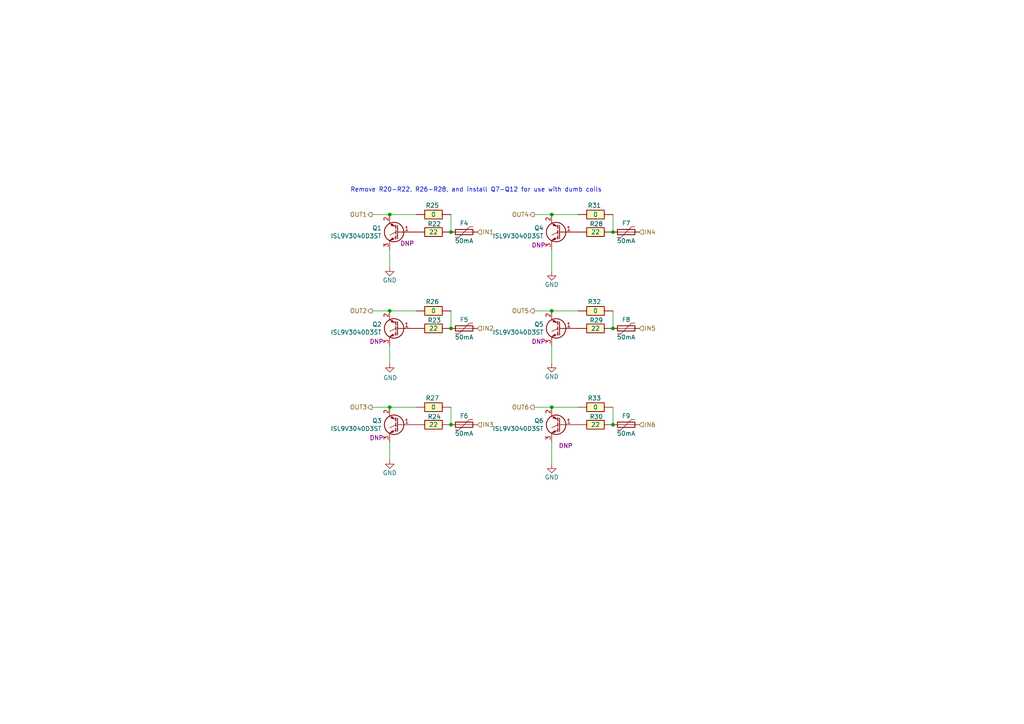
<source format=kicad_sch>
(kicad_sch (version 20231120) (generator "eeschema") (generator_version "8.0")
  (paper "A4")
  (lib_symbols
    (symbol "Device:Polyfuse" (pin_numbers hide) (pin_names (offset 0))
      (property "Reference" "F" (at -2.54 0 90))
      (property "Value" "Polyfuse" (at 2.54 0 90))
      (symbol "Polyfuse_0_1"
        (rectangle (start -0.762 2.54) (end 0.762 -2.54) (stroke (width 0.254)))
        (polyline (pts (xy 0 2.54) (xy 0 -2.54)))
        (polyline (pts (xy -1.524 2.54) (xy -1.524 1.524) (xy 1.524 -1.524) (xy 1.524 -2.54)))
      )
      (symbol "Polyfuse_1_1"
        (pin passive line (at 0 3.81 270) (length 1.27) (name "~") (number "1"))
        (pin passive line (at 0 -3.81 90) (length 1.27) (name "~") (number "2"))
      )
    )
    (symbol "Device:Q_NIGBT_GCE" (pin_names (offset 0) hide)
      (property "Reference" "Q" (at 5.08 1.27 0))
      (property "Value" "Q_NIGBT_GCE" (at 5.08 -1.27 0))
      (symbol "Q_NIGBT_GCE_0_1"
        (polyline (pts (xy 0.762 -1.016) (xy 0.762 -2.032)) (stroke (width 0.254)))
        (polyline (pts (xy 0.762 0.508) (xy 0.762 -0.508)) (stroke (width 0.254)))
        (polyline (pts (xy 0.762 2.032) (xy 0.762 1.016)) (stroke (width 0.254)))
        (polyline (pts (xy 2.54 -2.413) (xy 0.762 -1.524)))
        (polyline (pts (xy 2.54 -0.889) (xy 0.762 0)))
        (polyline (pts (xy 2.54 2.413) (xy 0.762 1.524)))
        (polyline (pts (xy 0.254 1.905) (xy 0.254 -1.905) (xy 0.254 -1.905)) (stroke (width 0.254)))
        (polyline (pts (xy 1.397 -2.159) (xy 1.651 -1.651) (xy 2.54 -2.413) (xy 1.397 -2.159)) (fill (type outline)))
        (polyline (pts (xy 2.159 1.905) (xy 1.905 2.413) (xy 1.016 1.651) (xy 2.159 1.905)) (fill (type outline)))
        (circle (center 1.27 0) (radius 2.8194) (stroke (width 0.254)))
      )
      (symbol "Q_NIGBT_GCE_1_1"
        (pin input line (at -5.08 0 0) (length 5.334) (name "G") (number "1"))
        (pin passive line (at 2.54 5.08 270) (length 2.54) (name "C") (number "2"))
        (pin passive line (at 2.54 -5.08 90) (length 2.54) (name "E") (number "3"))
      )
    )
    (symbol "hellen-one-common:Res" (pin_numbers hide)
      (property "Reference" "R" (at 3.81 2.54 0))
      (property "Value" "Res" (at 5.08 -2.54 0))
      (symbol "Res_1_0"
        (rectangle (start 2.54 -1.27) (end 7.62 1.27) (stroke (width 0.254)) (fill (type background)))
        (pin passive line (at 0 0 0) (length 2.54) (name "") (number "1"))
        (pin passive line (at 10.16 0 180) (length 2.54) (name "") (number "2"))
      )
    )
    (symbol "power:GND" (power) (pin_numbers hide) (pin_names (offset 0) hide)
      (property "Value" "GND" (at 0 -3.81 0))
      (symbol "GND_0_1"
        (polyline (pts (xy 0 0) (xy 0 -1.27) (xy 1.27 -1.27) (xy 0 -2.54) (xy -1.27 -1.27) (xy 0 -1.27)))
      )
      (symbol "GND_1_1"
        (pin power_in line (at 0 0 270) (length 0) (name "~") (number "1"))
      )
    )
  )
  (junction (at 130.81 67.31))
  (junction (at 130.81 123.19))
  (junction (at 160.02 90.17))
  (junction (at 177.8 123.19))
  (junction (at 113.03 118.11))
  (junction (at 160.02 118.11))
  (junction (at 160.02 62.23))
  (junction (at 177.8 95.25))
  (junction (at 113.03 62.23))
  (junction (at 113.03 90.17))
  (junction (at 130.81 95.25))
  (junction (at 177.8 67.31))
  (wire (pts (xy 160.02 118.11) (xy 167.64 118.11)))
  (wire (pts (xy 160.02 100.33) (xy 160.02 105.41)))
  (wire (pts (xy 154.94 62.23) (xy 160.02 62.23)))
  (wire (pts (xy 160.02 62.23) (xy 167.64 62.23)))
  (wire (pts (xy 160.02 128.27) (xy 160.02 134.62)))
  (wire (pts (xy 113.03 100.33) (xy 113.03 105.41)))
  (wire (pts (xy 130.81 118.11) (xy 130.81 123.19)))
  (wire (pts (xy 113.03 128.27) (xy 113.03 133.35)))
  (wire (pts (xy 177.8 90.17) (xy 177.8 95.25)))
  (wire (pts (xy 177.8 62.23) (xy 177.8 67.31)))
  (wire (pts (xy 107.95 62.23) (xy 113.03 62.23)))
  (wire (pts (xy 160.02 90.17) (xy 167.64 90.17)))
  (wire (pts (xy 113.03 72.39) (xy 113.03 77.47)))
  (wire (pts (xy 154.94 90.17) (xy 160.02 90.17)))
  (wire (pts (xy 113.03 62.23) (xy 120.65 62.23)))
  (wire (pts (xy 177.8 118.11) (xy 177.8 123.19)))
  (wire (pts (xy 130.81 62.23) (xy 130.81 67.31)))
  (wire (pts (xy 113.03 90.17) (xy 120.65 90.17)))
  (wire (pts (xy 160.02 72.39) (xy 160.02 78.74)))
  (wire (pts (xy 107.95 118.11) (xy 113.03 118.11)))
  (wire (pts (xy 130.81 90.17) (xy 130.81 95.25)))
  (wire (pts (xy 154.94 118.11) (xy 160.02 118.11)))
  (wire (pts (xy 113.03 118.11) (xy 120.65 118.11)))
  (wire (pts (xy 107.95 90.17) (xy 113.03 90.17)))
  (text "Remove R20-R22, R26-R28, and install Q7-Q12 for use with dumb coils" (at 101.6 55.88 0) (effects (font (size 1.27 1.27)) (justify left bottom)))
  (hierarchical_label "IN3" (shape input) (at 138.43 123.19 0))
  (hierarchical_label "IN4" (shape input) (at 185.42 67.31 0))
  (hierarchical_label "OUT5" (shape output) (at 154.94 90.17 180))
  (hierarchical_label "OUT4" (shape output) (at 154.94 62.23 180))
  (hierarchical_label "OUT6" (shape output) (at 154.94 118.11 180))
  (hierarchical_label "IN5" (shape input) (at 185.42 95.25 0))
  (hierarchical_label "IN2" (shape input) (at 138.43 95.25 0))
  (hierarchical_label "OUT1" (shape output) (at 107.95 62.23 180))
  (hierarchical_label "OUT3" (shape output) (at 107.95 118.11 180))
  (hierarchical_label "OUT2" (shape output) (at 107.95 90.17 180))
  (hierarchical_label "IN6" (shape input) (at 185.42 123.19 0))
  (hierarchical_label "IN1" (shape input) (at 138.43 67.31 0))
  (symbol (lib_id "hellen-one-common:Res") (at 177.8 90.17 0) (mirror y) (unit 1)
    (property "Reference" "R32" (at 172.3996 87.5253 0))
    (property "Value" "0" (at 172.72 90.17 0))
    (property "Footprint" "Resistor_SMD:R_2512_6332Metric" (effects (hide yes)))
    (property "LCSC" "C25469" (effects (hide yes)))
  )
  (symbol (lib_id "hellen-one-common:Res") (at 167.64 95.25 0) (mirror x) (unit 1)
    (property "Reference" "R29" (at 172.962 92.9018 0))
    (property "Value" "22" (at 172.72 95.25 0))
    (property "Footprint" "hellen-one-common:R0603" (effects (hide yes)))
    (property "LCSC" "C23345" (effects (hide yes)))
  )
  (symbol (lib_id "hellen-one-common:Res") (at 177.8 62.23 0) (mirror y) (unit 1)
    (property "Reference" "R31" (at 172.3996 59.5853 0))
    (property "Value" "0" (at 172.72 62.23 0))
    (property "Footprint" "Resistor_SMD:R_2512_6332Metric" (effects (hide yes)))
    (property "LCSC" "C25469" (effects (hide yes)))
  )
  (symbol (lib_id "hellen-one-common:Res") (at 177.8 118.11 0) (mirror y) (unit 1)
    (property "Reference" "R33" (at 172.3996 115.4653 0))
    (property "Value" "0" (at 172.72 118.11 0))
    (property "Footprint" "Resistor_SMD:R_2512_6332Metric" (effects (hide yes)))
    (property "LCSC" "C25469" (effects (hide yes)))
  )
  (symbol (lib_id "hellen-one-common:Res") (at 130.81 90.17 0) (mirror y) (unit 1)
    (property "Reference" "R26" (at 125.4096 87.5253 0))
    (property "Value" "0" (at 125.73 90.17 0))
    (property "Footprint" "Resistor_SMD:R_2512_6332Metric" (effects (hide yes)))
    (property "LCSC" "C25469" (effects (hide yes)))
  )
  (symbol (lib_id "hellen-one-common:Res") (at 130.81 62.23 0) (mirror y) (unit 1)
    (property "Reference" "R25" (at 125.4096 59.5853 0))
    (property "Value" "0" (at 125.73 62.23 0))
    (property "Footprint" "Resistor_SMD:R_2512_6332Metric" (effects (hide yes)))
    (property "LCSC" "C25469" (effects (hide yes)))
  )
  (symbol (lib_id "hellen-one-common:Res") (at 130.81 118.11 0) (mirror y) (unit 1)
    (property "Reference" "R27" (at 125.4096 115.4653 0))
    (property "Value" "0" (at 125.73 118.11 0))
    (property "Footprint" "Resistor_SMD:R_2512_6332Metric" (effects (hide yes)))
    (property "LCSC" "C25469" (effects (hide yes)))
  )
  (symbol (lib_id "Device:Q_NIGBT_GCE") (at 162.56 123.19 0) (mirror y) (unit 1)
    (property "Reference" "Q6" (at 157.7086 122.0216 0) (effects (justify left)))
    (property "Value" "ISL9V3040D3ST" (at 157.7086 124.333 0) (effects (justify left)))
    (property "Footprint" "Package_TO_SOT_SMD:TO-252-2" (effects (hide yes)))
    (property "MyComment" "DNP" (at 164.084 129.286 0))
  )
  (symbol (lib_id "hellen-one-common:Res") (at 167.64 67.31 0) (mirror x) (unit 1)
    (property "Reference" "R28" (at 172.962 64.9618 0))
    (property "Value" "22" (at 172.72 67.31 0))
    (property "Footprint" "hellen-one-common:R0603" (effects (hide yes)))
    (property "LCSC" "C23345" (effects (hide yes)))
  )
  (symbol (lib_id "power:GND") (at 113.03 133.35 0) (unit 1)
    (property "Reference" "#PWR010" (effects (hide yes)))
    (property "Value" "GND" (at 113.03 137.16 0))
    (property "Description" "Power symbol creates a global label with name \"GND\" , ground" (effects (hide yes)))
  )
  (symbol (lib_id "Device:Q_NIGBT_GCE") (at 162.56 67.31 0) (mirror y) (unit 1)
    (property "Reference" "Q4" (at 157.7086 66.1416 0) (effects (justify left)))
    (property "Value" "ISL9V3040D3ST" (at 157.7086 68.453 0) (effects (justify left)))
    (property "Footprint" "Package_TO_SOT_SMD:TO-252-2" (effects (hide yes)))
    (property "MyComment" "DNP" (at 156.21 71.12 0))
  )
  (symbol (lib_id "power:GND") (at 160.02 78.74 0) (unit 1)
    (property "Reference" "#PWR016" (effects (hide yes)))
    (property "Value" "GND" (at 160.02 82.55 0))
    (property "Description" "Power symbol creates a global label with name \"GND\" , ground" (effects (hide yes)))
  )
  (symbol (lib_id "Device:Polyfuse") (at 181.61 67.31 90) (unit 1)
    (property "Reference" "F7" (at 181.61 64.77 90))
    (property "Value" "50mA" (at 181.61 69.85 90))
    (property "Footprint" "Fuse:Fuse_0603_1608Metric" (effects (hide yes)))
    (property "LCSC" "C369141" (effects (hide yes)))
  )
  (symbol (lib_id "Device:Polyfuse") (at 181.61 123.19 90) (unit 1)
    (property "Reference" "F9" (at 181.61 120.65 90))
    (property "Value" "50mA" (at 181.61 125.73 90))
    (property "Footprint" "Fuse:Fuse_0603_1608Metric" (effects (hide yes)))
    (property "LCSC" "C369141" (effects (hide yes)))
  )
  (symbol (lib_id "Device:Q_NIGBT_GCE") (at 115.57 95.25 0) (mirror y) (unit 1)
    (property "Reference" "Q2" (at 110.7186 94.0816 0) (effects (justify left)))
    (property "Value" "ISL9V3040D3ST" (at 110.7186 96.393 0) (effects (justify left)))
    (property "Footprint" "Package_TO_SOT_SMD:TO-252-2" (effects (hide yes)))
    (property "MyComment" "DNP" (at 109.22 99.06 0))
  )
  (symbol (lib_id "Device:Q_NIGBT_GCE") (at 162.56 95.25 0) (mirror y) (unit 1)
    (property "Reference" "Q5" (at 157.7086 94.0816 0) (effects (justify left)))
    (property "Value" "ISL9V3040D3ST" (at 157.7086 96.393 0) (effects (justify left)))
    (property "Footprint" "Package_TO_SOT_SMD:TO-252-2" (effects (hide yes)))
    (property "MyComment" "DNP" (at 156.21 99.06 0))
  )
  (symbol (lib_id "hellen-one-common:Res") (at 167.64 123.19 0) (mirror x) (unit 1)
    (property "Reference" "R30" (at 172.962 120.8418 0))
    (property "Value" "22" (at 172.72 123.19 0))
    (property "Footprint" "hellen-one-common:R0603" (effects (hide yes)))
    (property "LCSC" "C23345" (effects (hide yes)))
  )
  (symbol (lib_id "hellen-one-common:Res") (at 120.65 67.31 0) (mirror x) (unit 1)
    (property "Reference" "R22" (at 125.972 64.9618 0))
    (property "Value" "22" (at 125.73 67.31 0))
    (property "Footprint" "hellen-one-common:R0603" (effects (hide yes)))
    (property "LCSC" "C23345" (effects (hide yes)))
  )
  (symbol (lib_id "power:GND") (at 160.02 105.41 0) (unit 1)
    (property "Reference" "#PWR017" (effects (hide yes)))
    (property "Value" "GND" (at 160.02 109.22 0))
    (property "Description" "Power symbol creates a global label with name \"GND\" , ground" (effects (hide yes)))
  )
  (symbol (lib_id "Device:Polyfuse") (at 134.62 95.25 90) (unit 1)
    (property "Reference" "F5" (at 134.62 92.71 90))
    (property "Value" "50mA" (at 134.62 97.79 90))
    (property "Footprint" "Fuse:Fuse_0603_1608Metric" (effects (hide yes)))
    (property "LCSC" "C369141" (effects (hide yes)))
  )
  (symbol (lib_id "Device:Q_NIGBT_GCE") (at 115.57 67.31 0) (mirror y) (unit 1)
    (property "Reference" "Q1" (at 110.7186 66.1416 0) (effects (justify left)))
    (property "Value" "ISL9V3040D3ST" (at 110.7186 68.453 0) (effects (justify left)))
    (property "Footprint" "Package_TO_SOT_SMD:TO-252-2" (effects (hide yes)))
    (property "MyComment" "DNP" (at 118.11 70.612 0))
  )
  (symbol (lib_id "Device:Polyfuse") (at 134.62 123.19 90) (unit 1)
    (property "Reference" "F6" (at 134.62 120.65 90))
    (property "Value" "50mA" (at 134.62 125.73 90))
    (property "Footprint" "Fuse:Fuse_0603_1608Metric" (effects (hide yes)))
    (property "LCSC" "C369141" (effects (hide yes)))
  )
  (symbol (lib_id "power:GND") (at 113.03 105.41 0) (unit 1)
    (property "Reference" "#PWR09" (effects (hide yes)))
    (property "Value" "GND" (at 113.1794 109.581 0))
    (property "Description" "Power symbol creates a global label with name \"GND\" , ground" (effects (hide yes)))
  )
  (symbol (lib_id "hellen-one-common:Res") (at 120.65 95.25 0) (mirror x) (unit 1)
    (property "Reference" "R23" (at 125.972 92.9018 0))
    (property "Value" "22" (at 125.73 95.25 0))
    (property "Footprint" "hellen-one-common:R0603" (effects (hide yes)))
    (property "LCSC" "C23345" (effects (hide yes)))
  )
  (symbol (lib_id "power:GND") (at 113.03 77.47 0) (unit 1)
    (property "Reference" "#PWR08" (effects (hide yes)))
    (property "Value" "GND" (at 113.03 81.28 0))
    (property "Description" "Power symbol creates a global label with name \"GND\" , ground" (effects (hide yes)))
  )
  (symbol (lib_id "Device:Polyfuse") (at 181.61 95.25 90) (unit 1)
    (property "Reference" "F8" (at 181.61 92.71 90))
    (property "Value" "50mA" (at 181.61 97.79 90))
    (property "Footprint" "Fuse:Fuse_0603_1608Metric" (effects (hide yes)))
    (property "LCSC" "C369141" (effects (hide yes)))
  )
  (symbol (lib_id "Device:Q_NIGBT_GCE") (at 115.57 123.19 0) (mirror y) (unit 1)
    (property "Reference" "Q3" (at 110.7186 122.0216 0) (effects (justify left)))
    (property "Value" "ISL9V3040D3ST" (at 110.7186 124.333 0) (effects (justify left)))
    (property "Footprint" "Package_TO_SOT_SMD:TO-252-2" (effects (hide yes)))
    (property "MyComment" "DNP" (at 109.22 127 0))
  )
  (symbol (lib_id "hellen-one-common:Res") (at 120.65 123.19 0) (mirror x) (unit 1)
    (property "Reference" "R24" (at 125.972 120.8418 0))
    (property "Value" "22" (at 125.73 123.19 0))
    (property "Footprint" "hellen-one-common:R0603" (effects (hide yes)))
    (property "LCSC" "C23345" (effects (hide yes)))
  )
  (symbol (lib_id "Device:Polyfuse") (at 134.62 67.31 90) (unit 1)
    (property "Reference" "F4" (at 134.62 64.77 90))
    (property "Value" "50mA" (at 134.62 69.85 90))
    (property "Footprint" "Fuse:Fuse_0603_1608Metric" (effects (hide yes)))
    (property "LCSC" "C369141" (effects (hide yes)))
  )
  (symbol (lib_id "power:GND") (at 160.02 134.62 0) (unit 1)
    (property "Reference" "#PWR018" (effects (hide yes)))
    (property "Value" "GND" (at 160.02 138.43 0))
    (property "Description" "Power symbol creates a global label with name \"GND\" , ground" (effects (hide yes)))
  )
)
</source>
